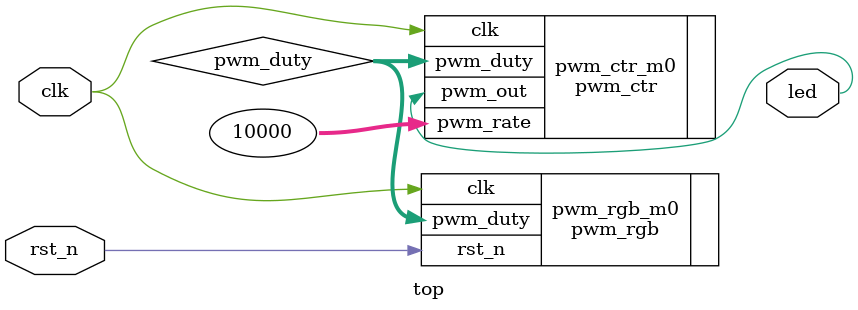
<source format=sv>
module top (
    input   clk,rst_n,

    output  led
);

parameter CLK_FRE = 50; 

logic [9:0] pwm_duty;
//PWM 占空比控制
pwm_rgb#(
    .CLK_FRE (CLK_FRE    )    
) pwm_rgb_m0(
    .clk      (clk           ), 
    .rst_n    (rst_n         ), 

    .pwm_duty (pwm_duty      )  
);

//PWM 输出
pwm_ctr #(
    .CLK_FRE (CLK_FRE    )    
)pwm_ctr_m0(
    .clk      (clk         	),
    .pwm_duty (pwm_duty		),
    .pwm_rate (10_000      	),
    .pwm_out  (led  		)
);
endmodule
</source>
